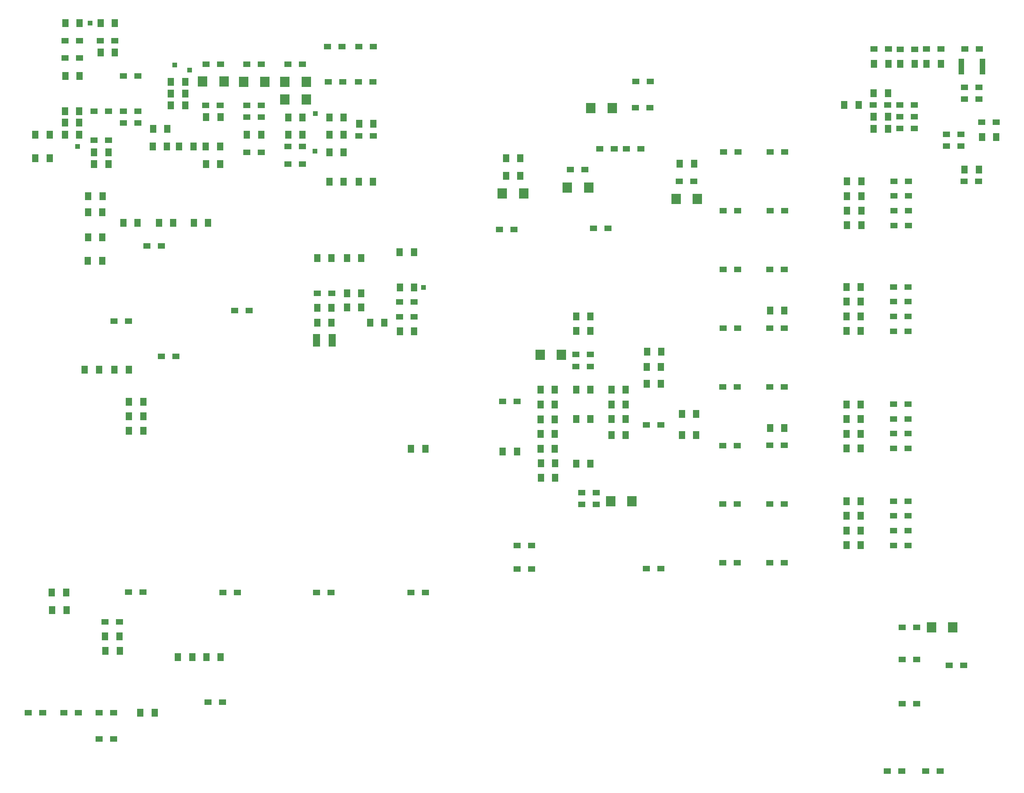
<source format=gbr>
%FSLAX34Y34*%
%MOMM*%
%LNSMDMASK_BOTTOM*%
G71*
G01*
%ADD10R,1.400X1.800*%
%ADD11R,1.600X1.250*%
%ADD12R,2.000X2.200*%
%ADD13R,1.600X2.800*%
%ADD14R,1.300X3.500*%
%ADD15R,1.000X1.000*%
%LPD*%
X932829Y773261D02*
G54D10*
D03*
X901654Y773261D02*
G54D10*
D03*
X1131266Y767705D02*
G54D10*
D03*
X1100091Y767705D02*
G54D10*
D03*
X1213816Y710555D02*
G54D10*
D03*
X1182641Y710555D02*
G54D10*
D03*
X1213816Y741908D02*
G54D10*
D03*
X1182641Y741908D02*
G54D10*
D03*
X1213022Y773658D02*
G54D10*
D03*
X1181848Y773658D02*
G54D10*
D03*
X1213022Y805408D02*
G54D10*
D03*
X1181848Y805408D02*
G54D10*
D03*
X1213022Y837079D02*
G54D10*
D03*
X1181848Y837079D02*
G54D10*
D03*
X1213022Y869226D02*
G54D10*
D03*
X1181848Y869226D02*
G54D10*
D03*
X1213022Y900976D02*
G54D10*
D03*
X1181848Y900976D02*
G54D10*
D03*
X1290016Y837476D02*
G54D10*
D03*
X1258841Y837476D02*
G54D10*
D03*
X1290016Y900976D02*
G54D10*
D03*
X1258841Y900976D02*
G54D10*
D03*
X1366216Y803344D02*
G54D10*
D03*
X1335041Y803344D02*
G54D10*
D03*
X1366216Y837476D02*
G54D10*
D03*
X1335041Y837476D02*
G54D10*
D03*
X1366216Y869226D02*
G54D10*
D03*
X1335041Y869226D02*
G54D10*
D03*
X1366216Y900976D02*
G54D10*
D03*
X1335041Y900976D02*
G54D10*
D03*
X1442416Y913676D02*
G54D10*
D03*
X1411241Y913676D02*
G54D10*
D03*
X1442416Y950188D02*
G54D10*
D03*
X1411241Y950188D02*
G54D10*
D03*
X1443210Y983526D02*
G54D10*
D03*
X1412035Y983526D02*
G54D10*
D03*
X1290016Y741432D02*
G54D10*
D03*
X1258841Y741432D02*
G54D10*
D03*
X1518616Y803344D02*
G54D10*
D03*
X1487441Y803344D02*
G54D10*
D03*
X1518616Y848588D02*
G54D10*
D03*
X1487441Y848588D02*
G54D10*
D03*
X1138410Y1363732D02*
G54D10*
D03*
X1107235Y1363732D02*
G54D10*
D03*
X1138410Y1401832D02*
G54D10*
D03*
X1107235Y1401832D02*
G54D10*
D03*
X844722Y1046232D02*
G54D10*
D03*
X813548Y1046232D02*
G54D10*
D03*
X794716Y1078776D02*
G54D10*
D03*
X763541Y1078776D02*
G54D10*
D03*
X794716Y1109732D02*
G54D10*
D03*
X763541Y1109732D02*
G54D10*
D03*
X730422Y1077982D02*
G54D10*
D03*
X699248Y1077982D02*
G54D10*
D03*
X909016Y1122432D02*
G54D10*
D03*
X877841Y1122432D02*
G54D10*
D03*
X909016Y1027182D02*
G54D10*
D03*
X877841Y1027182D02*
G54D10*
D03*
X730422Y1046232D02*
G54D10*
D03*
X699248Y1046232D02*
G54D10*
D03*
X908619Y1198632D02*
G54D10*
D03*
X877444Y1198632D02*
G54D10*
D03*
X794716Y1185932D02*
G54D10*
D03*
X763541Y1185932D02*
G54D10*
D03*
X730422Y1185932D02*
G54D10*
D03*
X699248Y1185932D02*
G54D10*
D03*
X756616Y1350635D02*
G54D10*
D03*
X725441Y1350635D02*
G54D10*
D03*
X820116Y1350635D02*
G54D10*
D03*
X788941Y1350635D02*
G54D10*
D03*
X756616Y1414135D02*
G54D10*
D03*
X725441Y1414135D02*
G54D10*
D03*
X756616Y1452235D02*
G54D10*
D03*
X725441Y1452235D02*
G54D10*
D03*
X756616Y1489938D02*
G54D10*
D03*
X725441Y1489938D02*
G54D10*
D03*
X820910Y1476444D02*
G54D10*
D03*
X789735Y1476444D02*
G54D10*
D03*
X667716Y1489938D02*
G54D10*
D03*
X636541Y1489938D02*
G54D10*
D03*
X667716Y1452632D02*
G54D10*
D03*
X636541Y1452632D02*
G54D10*
D03*
X578419Y1452235D02*
G54D10*
D03*
X547244Y1452235D02*
G54D10*
D03*
X490313Y1490335D02*
G54D10*
D03*
X459138Y1490335D02*
G54D10*
D03*
X489519Y1426835D02*
G54D10*
D03*
X458344Y1426835D02*
G54D10*
D03*
X489916Y1388735D02*
G54D10*
D03*
X458741Y1388735D02*
G54D10*
D03*
X431972Y1427232D02*
G54D10*
D03*
X400798Y1427232D02*
G54D10*
D03*
X374822Y1427232D02*
G54D10*
D03*
X343648Y1427232D02*
G54D10*
D03*
X375616Y1464935D02*
G54D10*
D03*
X344441Y1464935D02*
G54D10*
D03*
X414113Y1515735D02*
G54D10*
D03*
X382938Y1515735D02*
G54D10*
D03*
X414113Y1541135D02*
G54D10*
D03*
X382938Y1541135D02*
G54D10*
D03*
X414113Y1566932D02*
G54D10*
D03*
X382938Y1566932D02*
G54D10*
D03*
X248220Y1389132D02*
G54D10*
D03*
X217044Y1389132D02*
G54D10*
D03*
X248220Y1414532D02*
G54D10*
D03*
X217044Y1414532D02*
G54D10*
D03*
X185116Y1452235D02*
G54D10*
D03*
X153941Y1452235D02*
G54D10*
D03*
X185116Y1478429D02*
G54D10*
D03*
X153941Y1478429D02*
G54D10*
D03*
X185116Y1503432D02*
G54D10*
D03*
X153941Y1503432D02*
G54D10*
D03*
X121220Y1401832D02*
G54D10*
D03*
X90044Y1401832D02*
G54D10*
D03*
X121220Y1452632D02*
G54D10*
D03*
X90044Y1452632D02*
G54D10*
D03*
X262110Y1693932D02*
G54D10*
D03*
X230935Y1693932D02*
G54D10*
D03*
X262110Y1630432D02*
G54D10*
D03*
X230935Y1630432D02*
G54D10*
D03*
X185910Y1693932D02*
G54D10*
D03*
X154735Y1693932D02*
G54D10*
D03*
X185910Y1579632D02*
G54D10*
D03*
X154735Y1579632D02*
G54D10*
D03*
X235520Y1319282D02*
G54D10*
D03*
X204344Y1319282D02*
G54D10*
D03*
X235122Y1285151D02*
G54D10*
D03*
X203948Y1285151D02*
G54D10*
D03*
X235122Y1230382D02*
G54D10*
D03*
X203948Y1230382D02*
G54D10*
D03*
X234726Y1179582D02*
G54D10*
D03*
X203551Y1179582D02*
G54D10*
D03*
X311322Y1262132D02*
G54D10*
D03*
X280148Y1262132D02*
G54D10*
D03*
X388316Y1262132D02*
G54D10*
D03*
X357141Y1262132D02*
G54D10*
D03*
X463722Y1262132D02*
G54D10*
D03*
X432548Y1262132D02*
G54D10*
D03*
X227979Y944632D02*
G54D10*
D03*
X196804Y944632D02*
G54D10*
D03*
X292272Y944632D02*
G54D10*
D03*
X261097Y944632D02*
G54D10*
D03*
X323229Y875179D02*
G54D10*
D03*
X292054Y875179D02*
G54D10*
D03*
X323229Y843826D02*
G54D10*
D03*
X292054Y843826D02*
G54D10*
D03*
X323626Y812076D02*
G54D10*
D03*
X292451Y812076D02*
G54D10*
D03*
X156938Y462429D02*
G54D10*
D03*
X125763Y462429D02*
G54D10*
D03*
X157732Y424329D02*
G54D10*
D03*
X126557Y424329D02*
G54D10*
D03*
X272032Y367576D02*
G54D10*
D03*
X240857Y367576D02*
G54D10*
D03*
X272429Y336620D02*
G54D10*
D03*
X241254Y336620D02*
G54D10*
D03*
X429591Y323126D02*
G54D10*
D03*
X398416Y323126D02*
G54D10*
D03*
X490710Y323126D02*
G54D10*
D03*
X459535Y323126D02*
G54D10*
D03*
X347835Y202476D02*
G54D10*
D03*
X316660Y202476D02*
G54D10*
D03*
X1290016Y1059726D02*
G54D10*
D03*
X1258841Y1059726D02*
G54D10*
D03*
X1290016Y1027976D02*
G54D10*
D03*
X1258841Y1027976D02*
G54D10*
D03*
X1513854Y1389926D02*
G54D10*
D03*
X1482679Y1389926D02*
G54D10*
D03*
X1709116Y818426D02*
G54D10*
D03*
X1677941Y818426D02*
G54D10*
D03*
X1709116Y1072426D02*
G54D10*
D03*
X1677941Y1072426D02*
G54D10*
D03*
X1875804Y1351826D02*
G54D10*
D03*
X1844629Y1351826D02*
G54D10*
D03*
X1875804Y1319282D02*
G54D10*
D03*
X1844629Y1319282D02*
G54D10*
D03*
X1875804Y1288326D02*
G54D10*
D03*
X1844629Y1288326D02*
G54D10*
D03*
X1875804Y1256576D02*
G54D10*
D03*
X1844629Y1256576D02*
G54D10*
D03*
X1874216Y1123226D02*
G54D10*
D03*
X1843041Y1123226D02*
G54D10*
D03*
X1874216Y1091476D02*
G54D10*
D03*
X1843041Y1091476D02*
G54D10*
D03*
X1874216Y1059726D02*
G54D10*
D03*
X1843041Y1059726D02*
G54D10*
D03*
X1874216Y1027976D02*
G54D10*
D03*
X1843041Y1027976D02*
G54D10*
D03*
X1874216Y869623D02*
G54D10*
D03*
X1843041Y869623D02*
G54D10*
D03*
X1874216Y837873D02*
G54D10*
D03*
X1843041Y837873D02*
G54D10*
D03*
X1874216Y806123D02*
G54D10*
D03*
X1843041Y806123D02*
G54D10*
D03*
X1874216Y774373D02*
G54D10*
D03*
X1843041Y774373D02*
G54D10*
D03*
X1874216Y660470D02*
G54D10*
D03*
X1843041Y660470D02*
G54D10*
D03*
X1874216Y628720D02*
G54D10*
D03*
X1843041Y628720D02*
G54D10*
D03*
X1874216Y596970D02*
G54D10*
D03*
X1843041Y596970D02*
G54D10*
D03*
X1874216Y565220D02*
G54D10*
D03*
X1843041Y565220D02*
G54D10*
D03*
X1932954Y1465332D02*
G54D10*
D03*
X1901779Y1465332D02*
G54D10*
D03*
X1932954Y1491129D02*
G54D10*
D03*
X1901779Y1491129D02*
G54D10*
D03*
X1869454Y1516926D02*
G54D10*
D03*
X1838279Y1516926D02*
G54D10*
D03*
X1932954Y1542326D02*
G54D10*
D03*
X1901779Y1542326D02*
G54D10*
D03*
X1933748Y1605826D02*
G54D10*
D03*
X1902572Y1605826D02*
G54D10*
D03*
X1990501Y1605826D02*
G54D10*
D03*
X1959326Y1605826D02*
G54D10*
D03*
X2047254Y1605826D02*
G54D10*
D03*
X2016079Y1605826D02*
G54D10*
D03*
X2129407Y1377226D02*
G54D10*
D03*
X2098232Y1377226D02*
G54D10*
D03*
X2167110Y1447076D02*
G54D10*
D03*
X2135935Y1447076D02*
G54D10*
D03*
X217316Y1503559D02*
G54D11*
D03*
X248669Y1503559D02*
G54D11*
D03*
X280816Y1503559D02*
G54D11*
D03*
X312169Y1503559D02*
G54D11*
D03*
X280816Y1478159D02*
G54D11*
D03*
X312169Y1478159D02*
G54D11*
D03*
X216522Y1440456D02*
G54D11*
D03*
X247875Y1440456D02*
G54D11*
D03*
X154610Y1618256D02*
G54D11*
D03*
X185963Y1618256D02*
G54D11*
D03*
X154213Y1655959D02*
G54D11*
D03*
X185566Y1655959D02*
G54D11*
D03*
X280816Y1579759D02*
G54D11*
D03*
X312169Y1579759D02*
G54D11*
D03*
X458616Y1516259D02*
G54D11*
D03*
X489969Y1516259D02*
G54D11*
D03*
X547516Y1490859D02*
G54D11*
D03*
X578869Y1490859D02*
G54D11*
D03*
X547516Y1516259D02*
G54D11*
D03*
X578869Y1516259D02*
G54D11*
D03*
X546722Y1414659D02*
G54D11*
D03*
X578075Y1414659D02*
G54D11*
D03*
X636019Y1427359D02*
G54D11*
D03*
X667372Y1427359D02*
G54D11*
D03*
X635622Y1389259D02*
G54D11*
D03*
X666975Y1389259D02*
G54D11*
D03*
X789213Y1450378D02*
G54D11*
D03*
X820566Y1450378D02*
G54D11*
D03*
X788816Y1567059D02*
G54D11*
D03*
X820169Y1567059D02*
G54D11*
D03*
X722935Y1567059D02*
G54D11*
D03*
X754288Y1567059D02*
G54D11*
D03*
X636416Y1605159D02*
G54D11*
D03*
X667769Y1605159D02*
G54D11*
D03*
X547516Y1605159D02*
G54D11*
D03*
X578869Y1605159D02*
G54D11*
D03*
X459410Y1605159D02*
G54D11*
D03*
X490763Y1605159D02*
G54D11*
D03*
X330822Y1211856D02*
G54D11*
D03*
X362175Y1211856D02*
G54D11*
D03*
X260178Y1049534D02*
G54D11*
D03*
X291532Y1049534D02*
G54D11*
D03*
X520925Y1072156D02*
G54D11*
D03*
X552278Y1072156D02*
G54D11*
D03*
X362572Y973334D02*
G54D11*
D03*
X393925Y973334D02*
G54D11*
D03*
X699122Y1109859D02*
G54D11*
D03*
X730475Y1109859D02*
G54D11*
D03*
X877716Y1090809D02*
G54D11*
D03*
X909069Y1090809D02*
G54D11*
D03*
X877716Y1059059D02*
G54D11*
D03*
X909069Y1059059D02*
G54D11*
D03*
X721347Y1643259D02*
G54D11*
D03*
X752700Y1643259D02*
G54D11*
D03*
X789610Y1643259D02*
G54D11*
D03*
X820963Y1643259D02*
G54D11*
D03*
X227634Y146246D02*
G54D11*
D03*
X258988Y146246D02*
G54D11*
D03*
X227634Y202603D02*
G54D11*
D03*
X258988Y202603D02*
G54D11*
D03*
X151434Y202603D02*
G54D11*
D03*
X182788Y202603D02*
G54D11*
D03*
X74441Y202603D02*
G54D11*
D03*
X105794Y202603D02*
G54D11*
D03*
X462982Y226018D02*
G54D11*
D03*
X494335Y226018D02*
G54D11*
D03*
X240334Y399453D02*
G54D11*
D03*
X271688Y399453D02*
G54D11*
D03*
X291134Y463350D02*
G54D11*
D03*
X322488Y463350D02*
G54D11*
D03*
X495128Y462953D02*
G54D11*
D03*
X526482Y462953D02*
G54D11*
D03*
X697932Y462953D02*
G54D11*
D03*
X729285Y462953D02*
G54D11*
D03*
X901528Y462953D02*
G54D11*
D03*
X932882Y462953D02*
G54D11*
D03*
X1130922Y513753D02*
G54D11*
D03*
X1162275Y513753D02*
G54D11*
D03*
X1130922Y564553D02*
G54D11*
D03*
X1162275Y564553D02*
G54D11*
D03*
X1410322Y514150D02*
G54D11*
D03*
X1441675Y514150D02*
G54D11*
D03*
X1270622Y678853D02*
G54D11*
D03*
X1301975Y678853D02*
G54D11*
D03*
X1270622Y653453D02*
G54D11*
D03*
X1301975Y653453D02*
G54D11*
D03*
X1576216Y526850D02*
G54D11*
D03*
X1607569Y526850D02*
G54D11*
D03*
X1677022Y527247D02*
G54D11*
D03*
X1708375Y527247D02*
G54D11*
D03*
X1677419Y653850D02*
G54D11*
D03*
X1708772Y653850D02*
G54D11*
D03*
X1576216Y653850D02*
G54D11*
D03*
X1607569Y653850D02*
G54D11*
D03*
X1099966Y875703D02*
G54D11*
D03*
X1131319Y875703D02*
G54D11*
D03*
X1258716Y977303D02*
G54D11*
D03*
X1290069Y977303D02*
G54D11*
D03*
X1258716Y951506D02*
G54D11*
D03*
X1290069Y951506D02*
G54D11*
D03*
X1093219Y1247575D02*
G54D11*
D03*
X1124572Y1247575D02*
G54D11*
D03*
X1296816Y1249956D02*
G54D11*
D03*
X1328169Y1249956D02*
G54D11*
D03*
X1246810Y1376956D02*
G54D11*
D03*
X1278163Y1376956D02*
G54D11*
D03*
X1310310Y1421803D02*
G54D11*
D03*
X1341663Y1421803D02*
G54D11*
D03*
X1367460Y1421803D02*
G54D11*
D03*
X1398813Y1421803D02*
G54D11*
D03*
X1387303Y1510703D02*
G54D11*
D03*
X1418656Y1510703D02*
G54D11*
D03*
X1387700Y1567456D02*
G54D11*
D03*
X1419053Y1567456D02*
G54D11*
D03*
X1481760Y1351556D02*
G54D11*
D03*
X1513113Y1351556D02*
G54D11*
D03*
X1577803Y1415453D02*
G54D11*
D03*
X1609156Y1415453D02*
G54D11*
D03*
X1678610Y1415453D02*
G54D11*
D03*
X1709963Y1415453D02*
G54D11*
D03*
X1577010Y1288453D02*
G54D11*
D03*
X1608363Y1288453D02*
G54D11*
D03*
X1678610Y1288453D02*
G54D11*
D03*
X1709963Y1288453D02*
G54D11*
D03*
X1577010Y1161453D02*
G54D11*
D03*
X1608363Y1161453D02*
G54D11*
D03*
X1677816Y1161453D02*
G54D11*
D03*
X1709169Y1161453D02*
G54D11*
D03*
X1577010Y1034453D02*
G54D11*
D03*
X1608363Y1034453D02*
G54D11*
D03*
X1677816Y1034453D02*
G54D11*
D03*
X1709169Y1034453D02*
G54D11*
D03*
X1576216Y907453D02*
G54D11*
D03*
X1607569Y907453D02*
G54D11*
D03*
X1677816Y907453D02*
G54D11*
D03*
X1709169Y907453D02*
G54D11*
D03*
X1411116Y824903D02*
G54D11*
D03*
X1442469Y824903D02*
G54D11*
D03*
X1576216Y780453D02*
G54D11*
D03*
X1607569Y780453D02*
G54D11*
D03*
X1677419Y780850D02*
G54D11*
D03*
X1708772Y780850D02*
G54D11*
D03*
X1945706Y1351953D02*
G54D11*
D03*
X1977060Y1351953D02*
G54D11*
D03*
X1945706Y1320203D02*
G54D11*
D03*
X1977060Y1320203D02*
G54D11*
D03*
X1945706Y1288453D02*
G54D11*
D03*
X1977060Y1288453D02*
G54D11*
D03*
X1945706Y1256306D02*
G54D11*
D03*
X1977060Y1256306D02*
G54D11*
D03*
X1945310Y1123353D02*
G54D11*
D03*
X1976663Y1123353D02*
G54D11*
D03*
X1945310Y1091603D02*
G54D11*
D03*
X1976663Y1091603D02*
G54D11*
D03*
X1945310Y1059853D02*
G54D11*
D03*
X1976663Y1059853D02*
G54D11*
D03*
X1945310Y1027706D02*
G54D11*
D03*
X1976663Y1027706D02*
G54D11*
D03*
X1944913Y869750D02*
G54D11*
D03*
X1976266Y869750D02*
G54D11*
D03*
X1944913Y838000D02*
G54D11*
D03*
X1976266Y838000D02*
G54D11*
D03*
X1944913Y806250D02*
G54D11*
D03*
X1976266Y806250D02*
G54D11*
D03*
X1944913Y774103D02*
G54D11*
D03*
X1976266Y774103D02*
G54D11*
D03*
X1944913Y660200D02*
G54D11*
D03*
X1976266Y660200D02*
G54D11*
D03*
X1944913Y628847D02*
G54D11*
D03*
X1976266Y628847D02*
G54D11*
D03*
X1944913Y596700D02*
G54D11*
D03*
X1976266Y596700D02*
G54D11*
D03*
X1944913Y564553D02*
G54D11*
D03*
X1976266Y564553D02*
G54D11*
D03*
X1963566Y387547D02*
G54D11*
D03*
X1994919Y387547D02*
G54D11*
D03*
X1963566Y317697D02*
G54D11*
D03*
X1994919Y317697D02*
G54D11*
D03*
X1963566Y222447D02*
G54D11*
D03*
X1994919Y222447D02*
G54D11*
D03*
X2065562Y304997D02*
G54D11*
D03*
X2096916Y304997D02*
G54D11*
D03*
X1931816Y76396D02*
G54D11*
D03*
X1963169Y76396D02*
G54D11*
D03*
X2014366Y76396D02*
G54D11*
D03*
X2045719Y76396D02*
G54D11*
D03*
X2097710Y1351556D02*
G54D11*
D03*
X2129062Y1351556D02*
G54D11*
D03*
X2059610Y1428153D02*
G54D11*
D03*
X2090963Y1428153D02*
G54D11*
D03*
X2059610Y1453553D02*
G54D11*
D03*
X2090963Y1453553D02*
G54D11*
D03*
X1958803Y1466253D02*
G54D11*
D03*
X1990156Y1466253D02*
G54D11*
D03*
X1958803Y1491653D02*
G54D11*
D03*
X1990156Y1491653D02*
G54D11*
D03*
X1958803Y1517053D02*
G54D11*
D03*
X1990156Y1517053D02*
G54D11*
D03*
X1901256Y1517053D02*
G54D11*
D03*
X1932610Y1517053D02*
G54D11*
D03*
X2135412Y1479350D02*
G54D11*
D03*
X2166766Y1479350D02*
G54D11*
D03*
X2098503Y1529753D02*
G54D11*
D03*
X2129856Y1529753D02*
G54D11*
D03*
X2098503Y1555153D02*
G54D11*
D03*
X2129856Y1555153D02*
G54D11*
D03*
X2099297Y1637703D02*
G54D11*
D03*
X2130650Y1637703D02*
G54D11*
D03*
X2016350Y1637703D02*
G54D11*
D03*
X2047703Y1637703D02*
G54D11*
D03*
X1959597Y1636909D02*
G54D11*
D03*
X1990950Y1636909D02*
G54D11*
D03*
X1902447Y1637703D02*
G54D11*
D03*
X1933800Y1637703D02*
G54D11*
D03*
X230412Y1655959D02*
G54D11*
D03*
X261766Y1655959D02*
G54D11*
D03*
X1099569Y1325759D02*
G54D12*
D03*
X1145606Y1325759D02*
G54D12*
D03*
X1240063Y1338459D02*
G54D12*
D03*
X1286100Y1338459D02*
G54D12*
D03*
X1475013Y1313456D02*
G54D12*
D03*
X1521050Y1313456D02*
G54D12*
D03*
X1290863Y1509909D02*
G54D12*
D03*
X1336900Y1509909D02*
G54D12*
D03*
X1181325Y976906D02*
G54D12*
D03*
X1227363Y976906D02*
G54D12*
D03*
X1333725Y659803D02*
G54D12*
D03*
X1379763Y659803D02*
G54D12*
D03*
X451869Y1567456D02*
G54D12*
D03*
X497906Y1567456D02*
G54D12*
D03*
X539975Y1567059D02*
G54D12*
D03*
X586013Y1567059D02*
G54D12*
D03*
X629669Y1567059D02*
G54D12*
D03*
X675706Y1567059D02*
G54D12*
D03*
X629669Y1528562D02*
G54D12*
D03*
X675706Y1528562D02*
G54D12*
D03*
X2027066Y387150D02*
G54D12*
D03*
X2073104Y387150D02*
G54D12*
D03*
X697534Y1008259D02*
G54D13*
D03*
X731666Y1008259D02*
G54D13*
D03*
X2091756Y1599604D02*
G54D14*
D03*
X2137397Y1599604D02*
G54D14*
D03*
X208743Y1694218D02*
G54D15*
D03*
X391306Y1602937D02*
G54D15*
D03*
X423849Y1592618D02*
G54D15*
D03*
X695312Y1498162D02*
G54D15*
D03*
X694518Y1417199D02*
G54D15*
D03*
X181756Y1427518D02*
G54D15*
D03*
X928674Y1122718D02*
G54D15*
D03*
M02*

</source>
